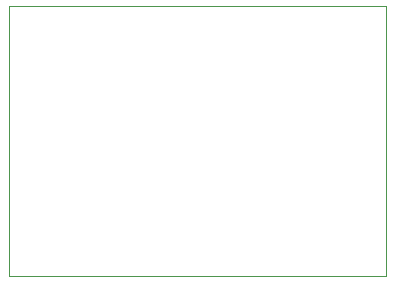
<source format=gm1>
G75*
%MOIN*%
%OFA0B0*%
%FSLAX25Y25*%
%IPPOS*%
%LPD*%
%AMOC8*
5,1,8,0,0,1.08239X$1,22.5*
%
%ADD10C,0.00000*%
D10*
X0006400Y0008983D02*
X0006400Y0098983D01*
X0131800Y0098983D01*
X0131800Y0008983D01*
X0006400Y0008983D01*
M02*

</source>
